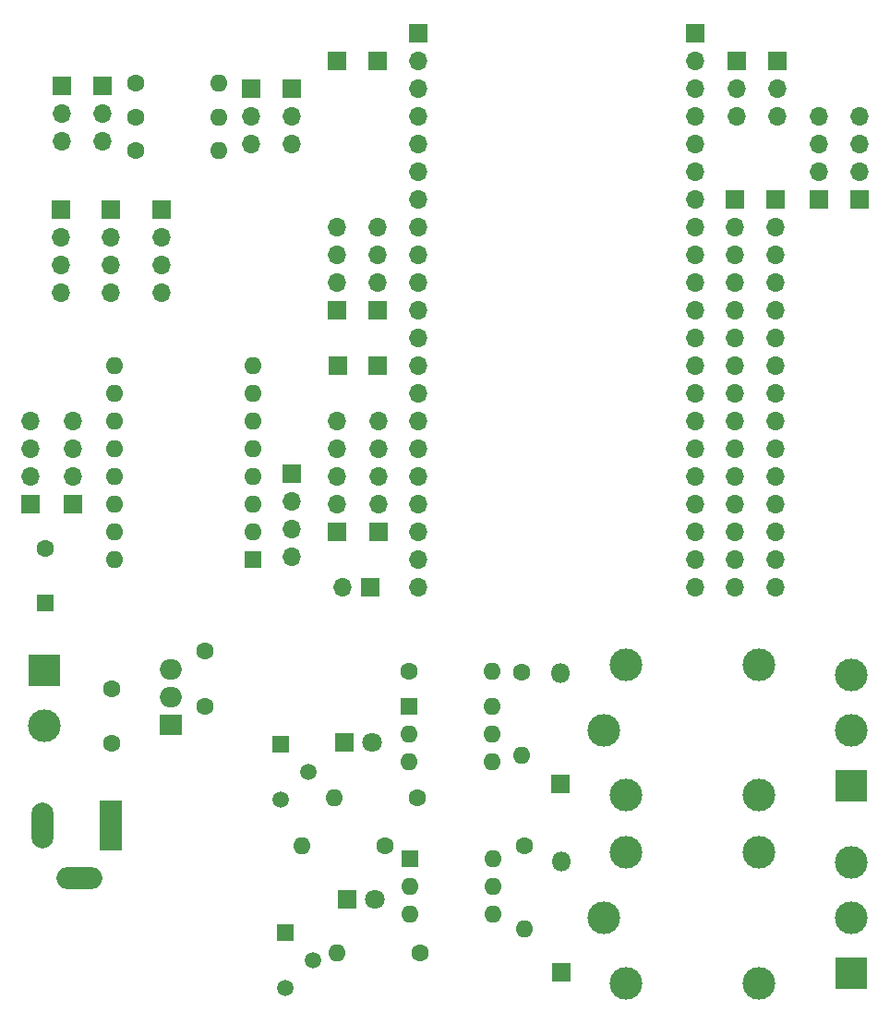
<source format=gbs>
G04 #@! TF.GenerationSoftware,KiCad,Pcbnew,7.0.5*
G04 #@! TF.CreationDate,2023-07-21T20:52:10-04:00*
G04 #@! TF.ProjectId,robotica,726f626f-7469-4636-912e-6b696361645f,rev?*
G04 #@! TF.SameCoordinates,Original*
G04 #@! TF.FileFunction,Soldermask,Bot*
G04 #@! TF.FilePolarity,Negative*
%FSLAX46Y46*%
G04 Gerber Fmt 4.6, Leading zero omitted, Abs format (unit mm)*
G04 Created by KiCad (PCBNEW 7.0.5) date 2023-07-21 20:52:10*
%MOMM*%
%LPD*%
G01*
G04 APERTURE LIST*
%ADD10O,1.700000X1.700000*%
%ADD11R,1.700000X1.700000*%
%ADD12C,1.600000*%
%ADD13O,4.200000X2.000000*%
%ADD14O,2.000000X4.200000*%
%ADD15R,2.000000X4.600000*%
%ADD16O,1.800000X1.800000*%
%ADD17R,1.800000X1.800000*%
%ADD18C,1.500000*%
%ADD19R,1.500000X1.500000*%
%ADD20O,1.600000X1.600000*%
%ADD21R,1.600000X1.600000*%
%ADD22C,3.000000*%
%ADD23C,1.800000*%
%ADD24R,3.000000X3.000000*%
%ADD25O,2.000000X1.905000*%
%ADD26R,2.000000X1.905000*%
G04 APERTURE END LIST*
D10*
X82525000Y-87772400D03*
X82525000Y-90312400D03*
X82525000Y-92852400D03*
D11*
X82525000Y-95392400D03*
D10*
X86258400Y-87772400D03*
X86258400Y-90312400D03*
X86258400Y-92852400D03*
D11*
X86258400Y-95392400D03*
D10*
X57195600Y-93776800D03*
X57195600Y-91236800D03*
X57195600Y-88696800D03*
D11*
X57195600Y-86156800D03*
D10*
X90000000Y-120800000D03*
X90000000Y-118260000D03*
X90000000Y-115720000D03*
X90000000Y-113180000D03*
X90000000Y-110640000D03*
X90000000Y-108100000D03*
X90000000Y-105560000D03*
X90000000Y-103020000D03*
X90000000Y-100480000D03*
X90000000Y-97940000D03*
X90000000Y-95400000D03*
X90000000Y-92860000D03*
X90000000Y-90320000D03*
X90000000Y-87780000D03*
X90000000Y-85240000D03*
X90000000Y-82700000D03*
X90000000Y-80160000D03*
X90000000Y-77620000D03*
X90000000Y-75080000D03*
X90000000Y-72540000D03*
D11*
X90000000Y-70000000D03*
D12*
X61819600Y-130060800D03*
X61819600Y-135060800D03*
D13*
X58872800Y-147456800D03*
D14*
X55472800Y-142656800D03*
D15*
X61772800Y-142656800D03*
D16*
X103022400Y-128676400D03*
D17*
X103022400Y-138836400D03*
D10*
X122940400Y-77622400D03*
X122940400Y-75082400D03*
D11*
X122940400Y-72542400D03*
D10*
X78333600Y-80162400D03*
X78333600Y-77622400D03*
D11*
X78333600Y-75082400D03*
D10*
X119024400Y-120760000D03*
X119024400Y-118220000D03*
X119024400Y-115680000D03*
X119024400Y-113140000D03*
X119024400Y-110600000D03*
X119024400Y-108060000D03*
X119024400Y-105520000D03*
X119024400Y-102980000D03*
X119024400Y-100440000D03*
X119024400Y-97900000D03*
X119024400Y-95360000D03*
X119024400Y-92820000D03*
X119024400Y-90280000D03*
X119024400Y-87740000D03*
D11*
X119024400Y-85200000D03*
D18*
X77774800Y-157530800D03*
X80314800Y-154990800D03*
D19*
X77774800Y-152450800D03*
D10*
X66395600Y-93776800D03*
X66395600Y-91236800D03*
X66395600Y-88696800D03*
D11*
X66395600Y-86156800D03*
D10*
X60994400Y-79908400D03*
X60994400Y-77368400D03*
D11*
X60994400Y-74828400D03*
D10*
X122732800Y-120810000D03*
X122732800Y-118270000D03*
X122732800Y-115730000D03*
X122732800Y-113190000D03*
X122732800Y-110650000D03*
X122732800Y-108110000D03*
X122732800Y-105570000D03*
X122732800Y-103030000D03*
X122732800Y-100490000D03*
X122732800Y-97950000D03*
X122732800Y-95410000D03*
X122732800Y-92870000D03*
X122732800Y-90330000D03*
X122732800Y-87790000D03*
D11*
X122732800Y-85250000D03*
D20*
X62085200Y-118262400D03*
X62085200Y-115722400D03*
X62085200Y-113182400D03*
X62085200Y-110642400D03*
X62085200Y-108102400D03*
X62085200Y-105562400D03*
X62085200Y-103022400D03*
X62085200Y-100482400D03*
X74785200Y-100482400D03*
X74785200Y-103022400D03*
X74785200Y-105562400D03*
X74785200Y-108102400D03*
X74785200Y-110642400D03*
X74785200Y-113182400D03*
X74785200Y-115722400D03*
D21*
X74785200Y-118262400D03*
D20*
X96824800Y-145694400D03*
X96824800Y-148234400D03*
X96824800Y-150774400D03*
X89204800Y-150774400D03*
X89204800Y-148234400D03*
D21*
X89204800Y-145694400D03*
D10*
X74676000Y-80165200D03*
X74676000Y-77625200D03*
D11*
X74676000Y-75085200D03*
D20*
X99669600Y-152095200D03*
D12*
X99669600Y-144475200D03*
D22*
X109012000Y-127858000D03*
X109012000Y-139858000D03*
X121212000Y-139858000D03*
X121212000Y-127858000D03*
X107012000Y-133858000D03*
D16*
X103073200Y-145908800D03*
D17*
X103073200Y-156068800D03*
D10*
X57302400Y-79908400D03*
X57302400Y-77368400D03*
D11*
X57302400Y-74828400D03*
D10*
X82550000Y-105562400D03*
X82550000Y-108102400D03*
X82550000Y-110642400D03*
X82550000Y-113182400D03*
D11*
X82550000Y-115722400D03*
D20*
X71678800Y-77636400D03*
D12*
X64058800Y-77636400D03*
D10*
X78333600Y-118002400D03*
X78333600Y-115462400D03*
X78333600Y-112922400D03*
D11*
X78333600Y-110382400D03*
D23*
X85699600Y-135026400D03*
D17*
X83159600Y-135026400D03*
D10*
X115400000Y-120800000D03*
X115400000Y-118260000D03*
X115400000Y-115720000D03*
X115400000Y-113180000D03*
X115400000Y-110640000D03*
X115400000Y-108100000D03*
X115400000Y-105560000D03*
X115400000Y-103020000D03*
X115400000Y-100480000D03*
X115400000Y-97940000D03*
X115400000Y-95400000D03*
X115400000Y-92860000D03*
X115400000Y-90320000D03*
X115400000Y-87780000D03*
X115400000Y-85240000D03*
X115400000Y-82700000D03*
X115400000Y-80160000D03*
X115400000Y-77620000D03*
X115400000Y-75080000D03*
X115400000Y-72540000D03*
D11*
X115400000Y-70000000D03*
D20*
X99466400Y-136194800D03*
D12*
X99466400Y-128574800D03*
D20*
X82550000Y-154279600D03*
D12*
X90170000Y-154279600D03*
D20*
X96779000Y-128473200D03*
D12*
X89159000Y-128473200D03*
D11*
X86258400Y-72542400D03*
D18*
X77368400Y-140258800D03*
X79908400Y-137718800D03*
D19*
X77368400Y-135178800D03*
D22*
X129692400Y-146010400D03*
X129692400Y-151090400D03*
D24*
X129692400Y-156170400D03*
D20*
X96738200Y-131688600D03*
X96738200Y-134228600D03*
X96738200Y-136768600D03*
X89118200Y-136768600D03*
X89118200Y-134228600D03*
D21*
X89118200Y-131688600D03*
D20*
X79298800Y-144475200D03*
D12*
X86918800Y-144475200D03*
D23*
X86004400Y-149352000D03*
D17*
X83464400Y-149352000D03*
D22*
X55676800Y-133451600D03*
D24*
X55676800Y-128371600D03*
D10*
X58318400Y-105562400D03*
X58318400Y-108102400D03*
X58318400Y-110642400D03*
D11*
X58318400Y-113182400D03*
D12*
X70404800Y-131657200D03*
X70404800Y-126657200D03*
D10*
X86285600Y-105562400D03*
X86285600Y-108102400D03*
X86285600Y-110642400D03*
X86285600Y-113182400D03*
D11*
X86285600Y-115722400D03*
D10*
X54406800Y-105562400D03*
X54406800Y-108102400D03*
X54406800Y-110642400D03*
D11*
X54406800Y-113182400D03*
D20*
X82245200Y-140106400D03*
D12*
X89865200Y-140106400D03*
D10*
X83058000Y-120750000D03*
D11*
X85598000Y-120750000D03*
D22*
X129692400Y-128778000D03*
X129692400Y-133858000D03*
D24*
X129692400Y-138938000D03*
D20*
X71678800Y-74523600D03*
D12*
X64058800Y-74523600D03*
D10*
X130454400Y-77632400D03*
X130454400Y-80172400D03*
X130454400Y-82712400D03*
D11*
X130454400Y-85252400D03*
D25*
X67255200Y-128320800D03*
X67255200Y-130860800D03*
D26*
X67255200Y-133400800D03*
D20*
X71678800Y-80721200D03*
D12*
X64058800Y-80721200D03*
D11*
X82600800Y-100482400D03*
D12*
X55727600Y-117239851D03*
D21*
X55727600Y-122239851D03*
D11*
X82550000Y-72542400D03*
D10*
X126746000Y-77622400D03*
X126746000Y-80162400D03*
X126746000Y-82702400D03*
D11*
X126746000Y-85242400D03*
D10*
X61795600Y-93776800D03*
X61795600Y-91236800D03*
X61795600Y-88696800D03*
D11*
X61795600Y-86156800D03*
D22*
X109012000Y-145084800D03*
X109012000Y-157084800D03*
X121212000Y-157084800D03*
X121212000Y-145084800D03*
X107012000Y-151084800D03*
D11*
X86258400Y-100482400D03*
D10*
X119176800Y-77629600D03*
X119176800Y-75089600D03*
D11*
X119176800Y-72549600D03*
M02*

</source>
